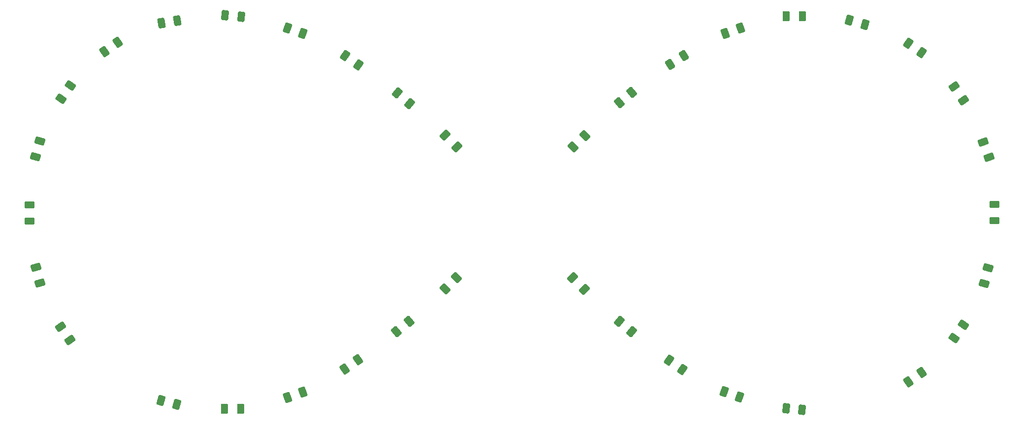
<source format=gbr>
%TF.GenerationSoftware,KiCad,Pcbnew,8.0.1*%
%TF.CreationDate,2024-06-21T13:35:14-04:00*%
%TF.ProjectId,CHV_DC32,4348565f-4443-4333-922e-6b696361645f,rev?*%
%TF.SameCoordinates,Original*%
%TF.FileFunction,Paste,Top*%
%TF.FilePolarity,Positive*%
%FSLAX46Y46*%
G04 Gerber Fmt 4.6, Leading zero omitted, Abs format (unit mm)*
G04 Created by KiCad (PCBNEW 8.0.1) date 2024-06-21 13:35:14*
%MOMM*%
%LPD*%
G01*
G04 APERTURE LIST*
G04 Aperture macros list*
%AMRoundRect*
0 Rectangle with rounded corners*
0 $1 Rounding radius*
0 $2 $3 $4 $5 $6 $7 $8 $9 X,Y pos of 4 corners*
0 Add a 4 corners polygon primitive as box body*
4,1,4,$2,$3,$4,$5,$6,$7,$8,$9,$2,$3,0*
0 Add four circle primitives for the rounded corners*
1,1,$1+$1,$2,$3*
1,1,$1+$1,$4,$5*
1,1,$1+$1,$6,$7*
1,1,$1+$1,$8,$9*
0 Add four rect primitives between the rounded corners*
20,1,$1+$1,$2,$3,$4,$5,0*
20,1,$1+$1,$4,$5,$6,$7,0*
20,1,$1+$1,$6,$7,$8,$9,0*
20,1,$1+$1,$8,$9,$2,$3,0*%
G04 Aperture macros list end*
%ADD10RoundRect,0.250000X0.051303X-0.727061X0.665667X-0.296879X-0.051303X0.727061X-0.665667X0.296879X0*%
%ADD11RoundRect,0.250000X0.665667X0.296879X0.051303X0.727061X-0.665667X-0.296879X-0.051303X-0.727061X0*%
%ADD12RoundRect,0.250000X-0.566147X-0.459050X0.138622X-0.715565X0.566147X0.459050X-0.138622X0.715565X0*%
%ADD13RoundRect,0.250000X0.523984X0.506646X-0.200460X0.700761X-0.523984X-0.506646X0.200460X-0.700761X0*%
%ADD14RoundRect,0.250000X0.296879X-0.665667X0.727061X-0.051303X-0.296879X0.665667X-0.727061X0.051303X0*%
%ADD15RoundRect,0.250000X-0.707107X-0.176777X-0.176777X-0.707107X0.707107X0.176777X0.176777X0.707107X0*%
%ADD16RoundRect,0.250000X-0.665667X-0.296879X-0.051303X-0.727061X0.665667X0.296879X0.051303X0.727061X0*%
%ADD17RoundRect,0.250000X0.700761X-0.200460X0.506646X0.523984X-0.700761X0.200460X-0.506646X-0.523984X0*%
%ADD18RoundRect,0.250000X-0.114476X0.719823X-0.689009X0.237732X0.114476X-0.719823X0.689009X-0.237732X0*%
%ADD19RoundRect,0.250000X0.625000X-0.375000X0.625000X0.375000X-0.625000X0.375000X-0.625000X-0.375000X0*%
%ADD20RoundRect,0.250000X-0.176777X0.707107X-0.707107X0.176777X0.176777X-0.707107X0.707107X-0.176777X0*%
%ADD21RoundRect,0.250000X0.727061X0.051303X0.296879X0.665667X-0.727061X-0.051303X-0.296879X-0.665667X0*%
%ADD22RoundRect,0.250000X-0.260773X-0.680623X0.477833X-0.550387X0.260773X0.680623X-0.477833X0.550387X0*%
%ADD23RoundRect,0.250000X0.138622X0.715565X-0.566147X0.459050X-0.138622X-0.715565X0.566147X-0.459050X0*%
%ADD24RoundRect,0.250000X-0.051303X0.727061X-0.665667X0.296879X0.051303X-0.727061X0.665667X-0.296879X0*%
%ADD25RoundRect,0.250000X-0.013182X0.728750X-0.649218X0.331310X0.013182X-0.728750X0.649218X-0.331310X0*%
%ADD26RoundRect,0.250000X0.375000X0.625000X-0.375000X0.625000X-0.375000X-0.625000X0.375000X-0.625000X0*%
%ADD27RoundRect,0.250000X0.506646X-0.523984X0.700761X0.200460X-0.506646X0.523984X-0.700761X-0.200460X0*%
%ADD28RoundRect,0.250000X0.715565X-0.138622X0.459050X0.566147X-0.715565X0.138622X-0.459050X-0.566147X0*%
%ADD29RoundRect,0.250000X-0.428045X-0.589938X0.319101X-0.655305X0.428045X0.589938X-0.319101X0.655305X0*%
%ADD30RoundRect,0.250000X-0.689009X-0.237732X-0.114476X-0.719823X0.689009X0.237732X0.114476X0.719823X0*%
G04 APERTURE END LIST*
D10*
%TO.C,D38*%
X80775649Y-42628104D03*
X83069275Y-41022090D03*
%TD*%
D11*
%TO.C,D26*%
X221346813Y-42803007D03*
X219053187Y-41196993D03*
%TD*%
D12*
%TO.C,D40*%
X112259430Y-38546172D03*
X114890570Y-39503828D03*
%TD*%
D13*
%TO.C,D7*%
X211627296Y-37937347D03*
X208922704Y-37212653D03*
%TD*%
D14*
%TO.C,D20*%
X226946993Y-91996813D03*
X228553007Y-89703187D03*
%TD*%
D15*
%TO.C,D3*%
X161360051Y-81585051D03*
X163339949Y-83564949D03*
%TD*%
D16*
%TO.C,D13*%
X122203187Y-43271993D03*
X124496813Y-44878007D03*
%TD*%
D17*
%TO.C,D35*%
X69750000Y-82475000D03*
X69025306Y-79770408D03*
%TD*%
D18*
%TO.C,D31*%
X133197462Y-89100097D03*
X131052538Y-90899903D03*
%TD*%
D19*
%TO.C,D24*%
X233900000Y-71750000D03*
X233900000Y-68950000D03*
%TD*%
D20*
%TO.C,D9*%
X141339949Y-81535051D03*
X139360051Y-83514949D03*
%TD*%
D13*
%TO.C,D34*%
X93225000Y-103425000D03*
X90520408Y-102700306D03*
%TD*%
D21*
%TO.C,D25*%
X228556014Y-50943626D03*
X226950000Y-48650000D03*
%TD*%
D22*
%TO.C,D12*%
X90596269Y-37718107D03*
X93353731Y-37231893D03*
%TD*%
D14*
%TO.C,D37*%
X73396993Y-50696813D03*
X75003007Y-48403187D03*
%TD*%
D20*
%TO.C,D30*%
X163414949Y-57060051D03*
X161435051Y-59039949D03*
%TD*%
D23*
%TO.C,D6*%
X114940570Y-101271172D03*
X112309430Y-102228828D03*
%TD*%
D24*
%TO.C,D32*%
X124421813Y-95721993D03*
X122128187Y-97328007D03*
%TD*%
D19*
%TO.C,D36*%
X67925000Y-71775000D03*
X67925000Y-68975000D03*
%TD*%
D10*
%TO.C,D19*%
X219053187Y-99528007D03*
X221346813Y-97921993D03*
%TD*%
D25*
%TO.C,D8*%
X180487267Y-43308113D03*
X178112733Y-44791887D03*
%TD*%
D26*
%TO.C,D33*%
X104300000Y-104150000D03*
X101500000Y-104150000D03*
%TD*%
D21*
%TO.C,D10*%
X74903007Y-92321813D03*
X73296993Y-90028187D03*
%TD*%
D23*
%TO.C,D28*%
X190215570Y-38521172D03*
X187584430Y-39478828D03*
%TD*%
D27*
%TO.C,D23*%
X232075306Y-82529592D03*
X232800000Y-79825000D03*
%TD*%
%TO.C,D11*%
X68987653Y-60677296D03*
X69712347Y-57972704D03*
%TD*%
D18*
%TO.C,D29*%
X171522462Y-49625097D03*
X169377538Y-51424903D03*
%TD*%
D26*
%TO.C,D27*%
X200900000Y-36500000D03*
X198100000Y-36500000D03*
%TD*%
D15*
%TO.C,D42*%
X139435051Y-57010051D03*
X141414949Y-58989949D03*
%TD*%
D28*
%TO.C,D21*%
X232932656Y-60831140D03*
X231975000Y-58200000D03*
%TD*%
D29*
%TO.C,D39*%
X101580327Y-36327982D03*
X104369673Y-36572018D03*
%TD*%
D16*
%TO.C,D14*%
X177950000Y-95750000D03*
X180243626Y-97356014D03*
%TD*%
D12*
%TO.C,D15*%
X187409430Y-101171172D03*
X190040570Y-102128828D03*
%TD*%
D29*
%TO.C,D17*%
X198030327Y-104052982D03*
X200819673Y-104297018D03*
%TD*%
D30*
%TO.C,D41*%
X131152538Y-49750097D03*
X133297462Y-51549903D03*
%TD*%
%TO.C,D5*%
X169327538Y-89050097D03*
X171472462Y-90849903D03*
%TD*%
M02*

</source>
